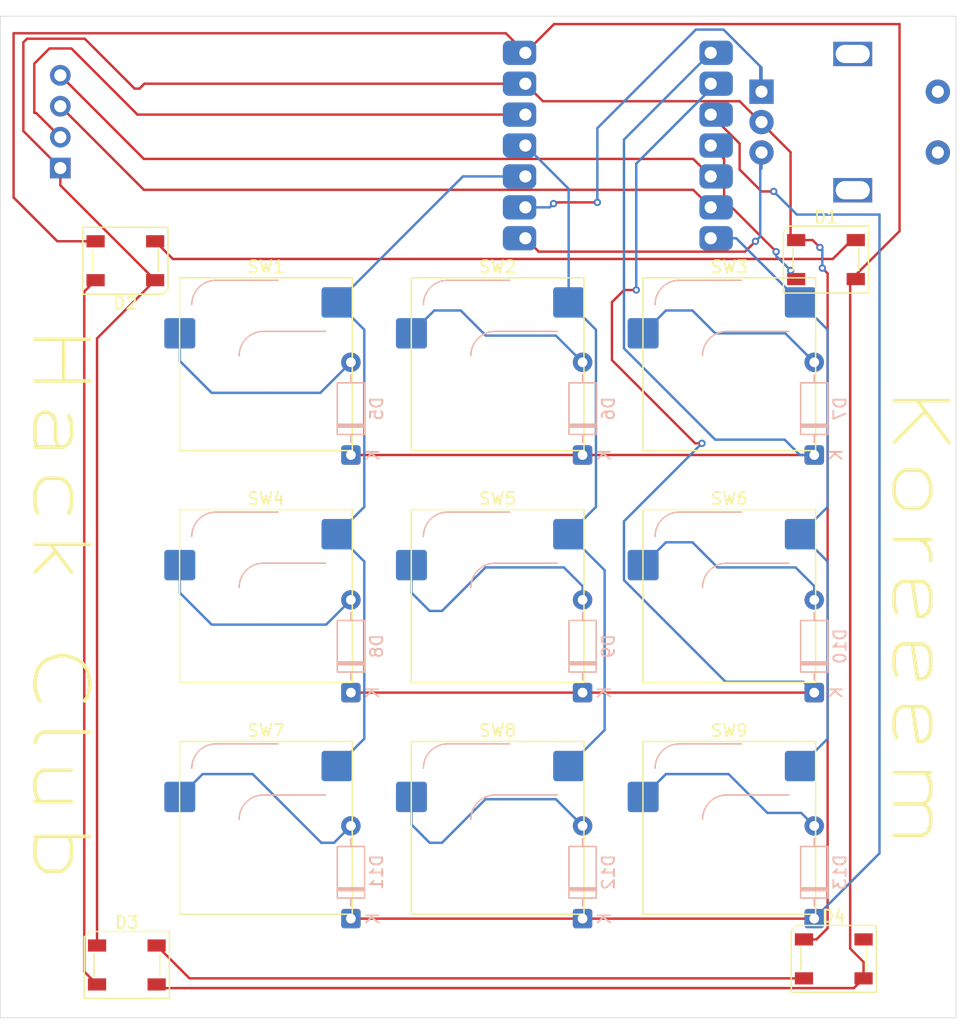
<source format=kicad_pcb>
(kicad_pcb (version 20241229) (generator "pcbnew") (generator_version "9.0")
  (layers (0 "F.Cu" signal) (2 "B.Cu" signal) (13 "F.Paste" user) (15 "B.Paste" user) (5 "F.SilkS" user "F.Silkscreen") (7 "B.SilkS" user "B.Silkscreen") (1 "F.Mask" user) (3 "B.Mask" user) (25 "Edge.Cuts" user))
  (net 0 "")
  (net 1 "Net-(D1-VSS)")
  (net 2 "Net-(D1-DIN)")
  (net 3 "Net-(D1-VDD)")
  (net 4 "Net-(D1-DOUT)")
  (net 5 "Net-(D2-DOUT)")
  (net 6 "Net-(D3-DOUT)")
  (net 8 "Net-(D5-A)")
  (net 9 "Row 1")
  (net 10 "Net-(D6-A)")
  (net 11 "Row 2")
  (net 12 "Row 3")
  (net 13 "Net-(D7-A)")
  (net 14 "Net-(D8-A)")
  (net 15 "Net-(D9-A)")
  (net 16 "Net-(D10-A)")
  (net 17 "Net-(D11-A)")
  (net 18 "Net-(D12-A)")
  (net 19 "Net-(D13-A)")
  (net 20 "Column 1")
  (net 21 "Column 2")
  (net 22 "Column 3")
  (net 23 "Net-(J1-Pin_3)")
  (net 24 "Net-(J1-Pin_2)")
  (net 25 "Net-(U2-GPIO1{slash}RX)")
  (net 26 "Net-(U2-GPIO2{slash}SCK)")
  (net 27 "Net-(J1-Pin_4)")
  (footprint "LED_SMD:LED_SK6812_PLCC4_5.0x5.0mm_P3.2mm" (layer "F.Cu") (at 118.54 133.27)
    (property "Reference" "D4" (at 0 -3.5 0) (layer "F.SilkS"))
    (property "Value" "SK6812")
    (pad "1" smd rect (at -2.45 -1.6 180) (size 1.5 1) (layers "F.Cu" "F.Mask" "F.Paste") (net 1 "Net-(D1-VSS)"))
    (pad "2" smd rect (at -2.45 1.6 180) (size 1.5 1) (layers "F.Cu" "F.Mask" "F.Paste") (net 6 "Net-(D3-DOUT)"))
    (pad "3" smd rect (at 2.45 1.6 180) (size 1.5 1) (layers "F.Cu" "F.Mask" "F.Paste") (net 3 "Net-(D1-VDD)"))
    (pad "4" smd rect (at 2.45 -1.6 180) (size 1.5 1) (layers "F.Cu" "F.Mask" "F.Paste"))
  )
  (footprint "ScottoKeebs_Hotswap:Hotswap_MX_1.00u" (layer "F.Cu") (at 109.95 122.5)
    (property "Reference" "SW9" (at 0 -8 0) (layer "F.SilkS"))
    (property "Value" "SW_Push")
    (pad "" np_thru_hole circle (at -5.08 0) (size 1.75 1.75) (drill 1.75) (layers "*.Cu" "*.Mask"))
    (pad "" np_thru_hole circle (at -3.81 -2.54) (size 3.05 3.05) (drill 3.05) (layers "*.Cu" "*.Mask"))
    (pad "" np_thru_hole circle (at 0 0) (size 4 4) (drill 4) (layers "*.Cu" "*.Mask"))
    (pad "" np_thru_hole circle (at 2.54 -5.08) (size 3.05 3.05) (drill 3.05) (layers "*.Cu" "*.Mask"))
    (pad "" np_thru_hole circle (at 5.08 0) (size 1.75 1.75) (drill 1.75) (layers "*.Cu" "*.Mask"))
    (pad "1" smd roundrect (at -7.085 -2.54) (size 2.55 2.5) (layers "B.Cu" "B.Mask" "B.Paste") (roundrect_rratio 0.1) (net 19 "Net-(D13-A)"))
    (pad "2" smd roundrect (at 5.842 -5.08) (size 2.55 2.5) (layers "B.Cu" "B.Mask" "B.Paste") (roundrect_rratio 0.1) (net 22 "Column 3"))
  )
  (footprint "LED_SMD:LED_SK6812_PLCC4_5.0x5.0mm_P3.2mm" (layer "F.Cu") (at 60.29 75.895 180)
    (property "Reference" "D2" (at 0 -3.5 0) (layer "F.SilkS"))
    (property "Value" "SK6812")
    (pad "1" smd rect (at -2.45 -1.6) (size 1.5 1) (layers "F.Cu" "F.Mask" "F.Paste") (net 1 "Net-(D1-VSS)"))
    (pad "2" smd rect (at -2.45 1.6) (size 1.5 1) (layers "F.Cu" "F.Mask" "F.Paste") (net 4 "Net-(D1-DOUT)"))
    (pad "3" smd rect (at 2.45 1.6) (size 1.5 1) (layers "F.Cu" "F.Mask" "F.Paste") (net 3 "Net-(D1-VDD)"))
    (pad "4" smd rect (at 2.45 -1.6) (size 1.5 1) (layers "F.Cu" "F.Mask" "F.Paste") (net 5 "Net-(D2-DOUT)"))
  )
  (footprint "ScottoKeebs_Scotto:Encoder_EC11_MX" (layer "F.Cu") (at 120.1 64.5)
    (property "Reference" "SW11" (hide yes))
    (property "Value" "RotaryEncoder" (hide yes))
    (pad "A" thru_hole rect (at -7.5 -2.5) (size 2 2) (drill 1) (layers "*.Cu" "*.Mask") (net 26 "Net-(U2-GPIO2{slash}SCK)"))
    (pad "B" thru_hole circle (at -7.5 2.5) (size 2 2) (drill 1) (layers "*.Cu" "*.Mask") (net 25 "Net-(U2-GPIO1{slash}RX)"))
    (pad "C" thru_hole circle (at -7.5 0) (size 2 2) (drill 1) (layers "*.Cu" "*.Mask") (net 1 "Net-(D1-VSS)"))
    (pad "MP" thru_hole rect (at 0 -5.6) (size 3.2 2) (drill oval 2.8 1.5) (layers "*.Cu" "*.Mask"))
    (pad "MP" thru_hole rect (at 0 5.6) (size 3.2 2) (drill oval 2.8 1.5) (layers "*.Cu" "*.Mask"))
    (pad "S1" thru_hole circle (at 7 2.5) (size 2 2) (drill 1) (layers "*.Cu" "*.Mask"))
    (pad "S2" thru_hole circle (at 7 -2.5) (size 2 2) (drill 1) (layers "*.Cu" "*.Mask"))
  )
  (footprint "ScottoKeebs_Hotswap:Hotswap_MX_1.00u" (layer "F.Cu") (at 90.9 103.45)
    (property "Reference" "SW5" (at 0 -8 0) (layer "F.SilkS"))
    (property "Value" "SW_Push")
    (pad "" np_thru_hole circle (at -5.08 0) (size 1.75 1.75) (drill 1.75) (layers "*.Cu" "*.Mask"))
    (pad "" np_thru_hole circle (at -3.81 -2.54) (size 3.05 3.05) (drill 3.05) (layers "*.Cu" "*.Mask"))
    (pad "" np_thru_hole circle (at 0 0) (size 4 4) (drill 4) (layers "*.Cu" "*.Mask"))
    (pad "" np_thru_hole circle (at 2.54 -5.08) (size 3.05 3.05) (drill 3.05) (layers "*.Cu" "*.Mask"))
    (pad "" np_thru_hole circle (at 5.08 0) (size 1.75 1.75) (drill 1.75) (layers "*.Cu" "*.Mask"))
    (pad "1" smd roundrect (at -7.085 -2.54) (size 2.55 2.5) (layers "B.Cu" "B.Mask" "B.Paste") (roundrect_rratio 0.1) (net 15 "Net-(D9-A)"))
    (pad "2" smd roundrect (at 5.842 -5.08) (size 2.55 2.5) (layers "B.Cu" "B.Mask" "B.Paste") (roundrect_rratio 0.1) (net 21 "Column 2"))
  )
  (footprint "LED_SMD:LED_SK6812_PLCC4_5.0x5.0mm_P3.2mm" (layer "F.Cu") (at 117.9 75.8)
    (property "Reference" "D1" (at 0 -3.5 0) (layer "F.SilkS"))
    (property "Value" "SK6812")
    (pad "1" smd rect (at -2.45 -1.6 180) (size 1.5 1) (layers "F.Cu" "F.Mask" "F.Paste") (net 1 "Net-(D1-VSS)"))
    (pad "2" smd rect (at -2.45 1.6 180) (size 1.5 1) (layers "F.Cu" "F.Mask" "F.Paste") (net 2 "Net-(D1-DIN)"))
    (pad "3" smd rect (at 2.45 1.6 180) (size 1.5 1) (layers "F.Cu" "F.Mask" "F.Paste") (net 3 "Net-(D1-VDD)"))
    (pad "4" smd rect (at 2.45 -1.6 180) (size 1.5 1) (layers "F.Cu" "F.Mask" "F.Paste") (net 4 "Net-(D1-DOUT)"))
  )
  (footprint "ScottoKeebs_Hotswap:Hotswap_MX_1.00u" (layer "F.Cu") (at 71.85 103.45)
    (property "Reference" "SW4" (at 0 -8 0) (layer "F.SilkS"))
    (property "Value" "SW_Push")
    (pad "" np_thru_hole circle (at -5.08 0) (size 1.75 1.75) (drill 1.75) (layers "*.Cu" "*.Mask"))
    (pad "" np_thru_hole circle (at -3.81 -2.54) (size 3.05 3.05) (drill 3.05) (layers "*.Cu" "*.Mask"))
    (pad "" np_thru_hole circle (at 0 0) (size 4 4) (drill 4) (layers "*.Cu" "*.Mask"))
    (pad "" np_thru_hole circle (at 2.54 -5.08) (size 3.05 3.05) (drill 3.05) (layers "*.Cu" "*.Mask"))
    (pad "" np_thru_hole circle (at 5.08 0) (size 1.75 1.75) (drill 1.75) (layers "*.Cu" "*.Mask"))
    (pad "1" smd roundrect (at -7.085 -2.54) (size 2.55 2.5) (layers "B.Cu" "B.Mask" "B.Paste") (roundrect_rratio 0.1) (net 14 "Net-(D8-A)"))
    (pad "2" smd roundrect (at 5.842 -5.08) (size 2.55 2.5) (layers "B.Cu" "B.Mask" "B.Paste") (roundrect_rratio 0.1) (net 20 "Column 1"))
  )
  (footprint "ScottoKeebs_Hotswap:Hotswap_MX_1.00u" (layer "F.Cu") (at 109.95 103.45)
    (property "Reference" "SW6" (at 0 -8 0) (layer "F.SilkS"))
    (property "Value" "SW_Push")
    (pad "" np_thru_hole circle (at -5.08 0) (size 1.75 1.75) (drill 1.75) (layers "*.Cu" "*.Mask"))
    (pad "" np_thru_hole circle (at -3.81 -2.54) (size 3.05 3.05) (drill 3.05) (layers "*.Cu" "*.Mask"))
    (pad "" np_thru_hole circle (at 0 0) (size 4 4) (drill 4) (layers "*.Cu" "*.Mask"))
    (pad "" np_thru_hole circle (at 2.54 -5.08) (size 3.05 3.05) (drill 3.05) (layers "*.Cu" "*.Mask"))
    (pad "" np_thru_hole circle (at 5.08 0) (size 1.75 1.75) (drill 1.75) (layers "*.Cu" "*.Mask"))
    (pad "1" smd roundrect (at -7.085 -2.54) (size 2.55 2.5) (layers "B.Cu" "B.Mask" "B.Paste") (roundrect_rratio 0.1) (net 16 "Net-(D10-A)"))
    (pad "2" smd roundrect (at 5.842 -5.08) (size 2.55 2.5) (layers "B.Cu" "B.Mask" "B.Paste") (roundrect_rratio 0.1) (net 22 "Column 3"))
  )
  (footprint "LED_SMD:LED_SK6812_PLCC4_5.0x5.0mm_P3.2mm" (layer "F.Cu") (at 60.41125 133.77)
    (property "Reference" "D3" (at 0 -3.5 0) (layer "F.SilkS"))
    (property "Value" "SK6812")
    (pad "1" smd rect (at -2.45 -1.6 180) (size 1.5 1) (layers "F.Cu" "F.Mask" "F.Paste") (net 1 "Net-(D1-VSS)"))
    (pad "2" smd rect (at -2.45 1.6 180) (size 1.5 1) (layers "F.Cu" "F.Mask" "F.Paste") (net 5 "Net-(D2-DOUT)"))
    (pad "3" smd rect (at 2.45 1.6 180) (size 1.5 1) (layers "F.Cu" "F.Mask" "F.Paste") (net 3 "Net-(D1-VDD)"))
    (pad "4" smd rect (at 2.45 -1.6 180) (size 1.5 1) (layers "F.Cu" "F.Mask" "F.Paste") (net 6 "Net-(D3-DOUT)"))
  )
  (footprint "ScottoKeebs_Hotswap:Hotswap_MX_1.00u" (layer "F.Cu") (at 71.85 84.4)
    (property "Reference" "SW1" (at 0 -8 0) (layer "F.SilkS"))
    (property "Value" "SW_Push")
    (pad "" np_thru_hole circle (at -5.08 0) (size 1.75 1.75) (drill 1.75) (layers "*.Cu" "*.Mask"))
    (pad "" np_thru_hole circle (at -3.81 -2.54) (size 3.05 3.05) (drill 3.05) (layers "*.Cu" "*.Mask"))
    (pad "" np_thru_hole circle (at 0 0) (size 4 4) (drill 4) (layers "*.Cu" "*.Mask"))
    (pad "" np_thru_hole circle (at 2.54 -5.08) (size 3.05 3.05) (drill 3.05) (layers "*.Cu" "*.Mask"))
    (pad "" np_thru_hole circle (at 5.08 0) (size 1.75 1.75) (drill 1.75) (layers "*.Cu" "*.Mask"))
    (pad "1" smd roundrect (at -7.085 -2.54) (size 2.55 2.5) (layers "B.Cu" "B.Mask" "B.Paste") (roundrect_rratio 0.1) (net 8 "Net-(D5-A)"))
    (pad "2" smd roundrect (at 5.842 -5.08) (size 2.55 2.5) (layers "B.Cu" "B.Mask" "B.Paste") (roundrect_rratio 0.1) (net 20 "Column 1"))
  )
  (footprint "ScottoKeebs_Hotswap:Hotswap_MX_1.00u" (layer "F.Cu") (at 90.9 84.4)
    (property "Reference" "SW2" (at 0 -8 0) (layer "F.SilkS"))
    (property "Value" "SW_Push")
    (pad "" np_thru_hole circle (at -5.08 0) (size 1.75 1.75) (drill 1.75) (layers "*.Cu" "*.Mask"))
    (pad "" np_thru_hole circle (at -3.81 -2.54) (size 3.05 3.05) (drill 3.05) (layers "*.Cu" "*.Mask"))
    (pad "" np_thru_hole circle (at 0 0) (size 4 4) (drill 4) (layers "*.Cu" "*.Mask"))
    (pad "" np_thru_hole circle (at 2.54 -5.08) (size 3.05 3.05) (drill 3.05) (layers "*.Cu" "*.Mask"))
    (pad "" np_thru_hole circle (at 5.08 0) (size 1.75 1.75) (drill 1.75) (layers "*.Cu" "*.Mask"))
    (pad "1" smd roundrect (at -7.085 -2.54) (size 2.55 2.5) (layers "B.Cu" "B.Mask" "B.Paste") (roundrect_rratio 0.1) (net 10 "Net-(D6-A)"))
    (pad "2" smd roundrect (at 5.842 -5.08) (size 2.55 2.5) (layers "B.Cu" "B.Mask" "B.Paste") (roundrect_rratio 0.1) (net 21 "Column 2"))
  )
  (footprint "ScottoKeebs_Hotswap:Hotswap_MX_1.00u" (layer "F.Cu") (at 90.9 122.5)
    (property "Reference" "SW8" (at 0 -8 0) (layer "F.SilkS"))
    (property "Value" "SW_Push")
    (pad "" np_thru_hole circle (at -5.08 0) (size 1.75 1.75) (drill 1.75) (layers "*.Cu" "*.Mask"))
    (pad "" np_thru_hole circle (at -3.81 -2.54) (size 3.05 3.05) (drill 3.05) (layers "*.Cu" "*.Mask"))
    (pad "" np_thru_hole circle (at 0 0) (size 4 4) (drill 4) (layers "*.Cu" "*.Mask"))
    (pad "" np_thru_hole circle (at 2.54 -5.08) (size 3.05 3.05) (drill 3.05) (layers "*.Cu" "*.Mask"))
    (pad "" np_thru_hole circle (at 5.08 0) (size 1.75 1.75) (drill 1.75) (layers "*.Cu" "*.Mask"))
    (pad "1" smd roundrect (at -7.085 -2.54) (size 2.55 2.5) (layers "B.Cu" "B.Mask" "B.Paste") (roundrect_rratio 0.1) (net 18 "Net-(D12-A)"))
    (pad "2" smd roundrect (at 5.842 -5.08) (size 2.55 2.5) (layers "B.Cu" "B.Mask" "B.Paste") (roundrect_rratio 0.1) (net 21 "Column 2"))
  )
  (footprint "ScottoKeebs_Hotswap:Hotswap_MX_1.00u" (layer "F.Cu") (at 71.85 122.5)
    (property "Reference" "SW7" (at 0 -8 0) (layer "F.SilkS"))
    (property "Value" "SW_Push")
    (pad "" np_thru_hole circle (at -5.08 0) (size 1.75 1.75) (drill 1.75) (layers "*.Cu" "*.Mask"))
    (pad "" np_thru_hole circle (at -3.81 -2.54) (size 3.05 3.05) (drill 3.05) (layers "*.Cu" "*.Mask"))
    (pad "" np_thru_hole circle (at 0 0) (size 4 4) (drill 4) (layers "*.Cu" "*.Mask"))
    (pad "" np_thru_hole circle (at 2.54 -5.08) (size 3.05 3.05) (drill 3.05) (layers "*.Cu" "*.Mask"))
    (pad "" np_thru_hole circle (at 5.08 0) (size 1.75 1.75) (drill 1.75) (layers "*.Cu" "*.Mask"))
    (pad "1" smd roundrect (at -7.085 -2.54) (size 2.55 2.5) (layers "B.Cu" "B.Mask" "B.Paste") (roundrect_rratio 0.1) (net 17 "Net-(D11-A)"))
    (pad "2" smd roundrect (at 5.842 -5.08) (size 2.55 2.5) (layers "B.Cu" "B.Mask" "B.Paste") (roundrect_rratio 0.1) (net 20 "Column 1"))
  )
  (footprint "ScottoKeebs_Components:OLED_128x32" (layer "F.Cu") (at 53.3425 58.47875)
    (property "Reference" "J1" (hide yes))
    (property "Value" "Conn_01x04_Pin")
    (pad "1" thru_hole rect (at 1.6 9.8 180) (size 1.7 1.7) (drill 1) (layers "*.Cu" "*.Mask") (net 1 "Net-(D1-VSS)"))
    (pad "2" thru_hole oval (at 1.6 7.26 180) (size 1.7 1.7) (drill 1) (layers "*.Cu" "*.Mask") (net 24 "Net-(J1-Pin_2)"))
    (pad "3" thru_hole oval (at 1.6 4.72 180) (size 1.7 1.7) (drill 1) (layers "*.Cu" "*.Mask") (net 23 "Net-(J1-Pin_3)"))
    (pad "4" thru_hole oval (at 1.6 2.18 180) (size 1.7 1.7) (drill 1) (layers "*.Cu" "*.Mask") (net 27 "Net-(J1-Pin_4)"))
  )
  (footprint "ScottoKeebs_Hotswap:Hotswap_MX_1.00u" (layer "F.Cu") (at 109.95 84.4)
    (property "Reference" "SW3" (at 0 -8 0) (layer "F.SilkS"))
    (property "Value" "SW_Push")
    (pad "" np_thru_hole circle (at -5.08 0) (size 1.75 1.75) (drill 1.75) (layers "*.Cu" "*.Mask"))
    (pad "" np_thru_hole circle (at -3.81 -2.54) (size 3.05 3.05) (drill 3.05) (layers "*.Cu" "*.Mask"))
    (pad "" np_thru_hole circle (at 0 0) (size 4 4) (drill 4) (layers "*.Cu" "*.Mask"))
    (pad "" np_thru_hole circle (at 2.54 -5.08) (size 3.05 3.05) (drill 3.05) (layers "*.Cu" "*.Mask"))
    (pad "" np_thru_hole circle (at 5.08 0) (size 1.75 1.75) (drill 1.75) (layers "*.Cu" "*.Mask"))
    (pad "1" smd roundrect (at -7.085 -2.54) (size 2.55 2.5) (layers "B.Cu" "B.Mask" "B.Paste") (roundrect_rratio 0.1) (net 13 "Net-(D7-A)"))
    (pad "2" smd roundrect (at 5.842 -5.08) (size 2.55 2.5) (layers "B.Cu" "B.Mask" "B.Paste") (roundrect_rratio 0.1) (net 22 "Column 3"))
  )
  (footprint "Diode_THT:D_DO-35_SOD27_P7.62mm_Horizontal" (layer "B.Cu") (at 116.935 91.86125 90)
    (property "Reference" "D7" (at 3.81 2.12 90) (layer "B.SilkS") (effects (justify mirror)))
    (property "Value" "1N4148")
    (fp_text user "K" (at 0 1.8 90) (layer "B.SilkS") (effects (justify mirror)))
    (pad "1" thru_hole roundrect (at 0 0 90) (size 1.6 1.6) (drill 0.8) (layers "*.Cu" "*.Mask") (roundrect_rratio 0.15625) (net 9 "Row 1"))
    (pad "2" thru_hole circle (at 7.62 0 90) (size 1.6 1.6) (drill 0.8) (layers "*.Cu" "*.Mask") (net 13 "Net-(D7-A)"))
  )
  (footprint "Diode_THT:D_DO-35_SOD27_P7.62mm_Horizontal" (layer "B.Cu") (at 78.835 111.3875 90)
    (property "Reference" "D8" (at 3.81 2.12 90) (layer "B.SilkS") (effects (justify mirror)))
    (property "Value" "1N4148")
    (fp_text user "K" (at 0 1.8 90) (layer "B.SilkS") (effects (justify mirror)))
    (pad "1" thru_hole roundrect (at 0 0 90) (size 1.6 1.6) (drill 0.8) (layers "*.Cu" "*.Mask") (roundrect_rratio 0.15625) (net 11 "Row 2"))
    (pad "2" thru_hole circle (at 7.62 0 90) (size 1.6 1.6) (drill 0.8) (layers "*.Cu" "*.Mask") (net 14 "Net-(D8-A)"))
  )
  (footprint "Diode_THT:D_DO-35_SOD27_P7.62mm_Horizontal" (layer "B.Cu") (at 78.835 91.86125 90)
    (property "Reference" "D5" (at 3.81 2.12 90) (layer "B.SilkS") (effects (justify mirror)))
    (property "Value" "1N4148")
    (fp_text user "K" (at 0 1.8 90) (layer "B.SilkS") (effects (justify mirror)))
    (pad "1" thru_hole roundrect (at 0 0 90) (size 1.6 1.6) (drill 0.8) (layers "*.Cu" "*.Mask") (roundrect_rratio 0.15625) (net 9 "Row 1"))
    (pad "2" thru_hole circle (at 7.62 0 90) (size 1.6 1.6) (drill 0.8) (layers "*.Cu" "*.Mask") (net 8 "Net-(D5-A)"))
  )
  (footprint "Diode_THT:D_DO-35_SOD27_P7.62mm_Horizontal" (layer "B.Cu") (at 97.885 111.3875 90)
    (property "Reference" "D9" (at 3.81 2.12 90) (layer "B.SilkS") (effects (justify mirror)))
    (property "Value" "1N4148")
    (fp_text user "K" (at 0 1.8 90) (layer "B.SilkS") (effects (justify mirror)))
    (pad "1" thru_hole roundrect (at 0 0 90) (size 1.6 1.6) (drill 0.8) (layers "*.Cu" "*.Mask") (roundrect_rratio 0.15625) (net 11 "Row 2"))
    (pad "2" thru_hole circle (at 7.62 0 90) (size 1.6 1.6) (drill 0.8) (layers "*.Cu" "*.Mask") (net 15 "Net-(D9-A)"))
  )
  (footprint "Diode_THT:D_DO-35_SOD27_P7.62mm_Horizontal" (layer "B.Cu") (at 97.885 91.86125 90)
    (property "Reference" "D6" (at 3.81 2.12 90) (layer "B.SilkS") (effects (justify mirror)))
    (property "Value" "1N4148")
    (fp_text user "K" (at 0 1.8 90) (layer "B.SilkS") (effects (justify mirror)))
    (pad "1" thru_hole roundrect (at 0 0 90) (size 1.6 1.6) (drill 0.8) (layers "*.Cu" "*.Mask") (roundrect_rratio 0.15625) (net 9 "Row 1"))
    (pad "2" thru_hole circle (at 7.62 0 90) (size 1.6 1.6) (drill 0.8) (layers "*.Cu" "*.Mask") (net 10 "Net-(D6-A)"))
  )
  (footprint "ScottoKeebs_MCU:Seeed_XIAO_RP2040" (layer "B.Cu") (at 100.8025 66.4275 180)
    (property "Reference" "U2" (hide yes))
    (property "Value" "XIAO-RP2040-DIP")
    (pad "1" smd roundrect (at -8.065 7.62 180) (size 2.75 2) (layers "B.Cu" "B.Mask" "B.Paste") (net 9 "Row 1"))
    (pad "1" thru_hole rect (at -7.62 7.62 90) (size 1.6 1.6) (drill 1) (layers "*.Cu" "*.Mask") (net 9 "Row 1"))
    (pad "2" smd roundrect (at -8.065 5.08 180) (size 2.75 2) (layers "B.Cu" "B.Mask" "B.Paste") (net 11 "Row 2"))
    (pad "2" thru_hole circle (at -7.62 5.08 90) (size 1.6 1.6) (drill 1) (layers "*.Cu" "*.Mask") (net 11 "Row 2"))
    (pad "3" smd roundrect (at -8.065 2.54 180) (size 2.75 2) (layers "B.Cu" "B.Mask" "B.Paste") (net 12 "Row 3"))
    (pad "3" thru_hole circle (at -7.62 2.54 90) (size 1.6 1.6) (drill 1) (layers "*.Cu" "*.Mask") (net 12 "Row 3"))
    (pad "4" smd roundrect (at -8.065 0 180) (size 2.75 2) (layers "B.Cu" "B.Mask" "B.Paste") (net 2 "Net-(D1-DIN)"))
    (pad "4" thru_hole circle (at -7.62 0 90) (size 1.6 1.6) (drill 1) (layers "*.Cu" "*.Mask") (net 2 "Net-(D1-DIN)"))
    (pad "5" smd roundrect (at -8.065 -2.54 180) (size 2.75 2) (layers "B.Cu" "B.Mask" "B.Paste") (net 27 "Net-(J1-Pin_4)"))
    (pad "5" thru_hole circle (at -7.62 -2.54 90) (size 1.6 1.6) (drill 1) (layers "*.Cu" "*.Mask") (net 27 "Net-(J1-Pin_4)"))
    (pad "6" smd roundrect (at -8.065 -5.08 180) (size 2.75 2) (layers "B.Cu" "B.Mask" "B.Paste") (net 23 "Net-(J1-Pin_3)"))
    (pad "6" thru_hole circle (at -7.62 -5.08 90) (size 1.6 1.6) (drill 1) (layers "*.Cu" "*.Mask") (net 23 "Net-(J1-Pin_3)"))
    (pad "7" smd roundrect (at -8.065 -7.62 180) (size 2.75 2) (layers "B.Cu" "B.Mask" "B.Paste") (net 22 "Column 3"))
    (pad "7" thru_hole circle (at -7.62 -7.62 90) (size 1.6 1.6) (drill 1) (layers "*.Cu" "*.Mask") (net 22 "Column 3"))
    (pad "8" thru_hole circle (at 7.62 -7.62 90) (size 1.6 1.6) (drill 1) (layers "*.Cu" "*.Mask") (net 25 "Net-(U2-GPIO1{slash}RX)"))
    (pad "8" smd roundrect (at 8.1 -7.62 180) (size 2.75 2) (layers "B.Cu" "B.Mask" "B.Paste") (net 25 "Net-(U2-GPIO1{slash}RX)"))
    (pad "9" thru_hole circle (at 7.62 -5.08 90) (size 1.6 1.6) (drill 1) (layers "*.Cu" "*.Mask") (net 26 "Net-(U2-GPIO2{slash}SCK)"))
    (pad "9" smd roundrect (at 8.1 -5.08 180) (size 2.75 2) (layers "B.Cu" "B.Mask" "B.Paste") (net 26 "Net-(U2-GPIO2{slash}SCK)"))
    (pad "10" thru_hole circle (at 7.62 -2.54 90) (size 1.6 1.6) (drill 1) (layers "*.Cu" "*.Mask") (net 20 "Column 1"))
    (pad "10" smd roundrect (at 8.1 -2.54 180) (size 2.75 2) (layers "B.Cu" "B.Mask" "B.Paste") (net 20 "Column 1"))
    (pad "11" thru_hole circle (at 7.62 0 90) (size 1.6 1.6) (drill 1) (layers "*.Cu" "*.Mask") (net 21 "Column 2"))
    (pad "11" smd roundrect (at 8.1 0 180) (size 2.75 2) (layers "B.Cu" "B.Mask" "B.Paste") (net 21 "Column 2"))
    (pad "12" thru_hole circle (at 7.62 2.54 90) (size 1.6 1.6) (drill 1) (layers "*.Cu" "*.Mask") (net 24 "Net-(J1-Pin_2)"))
    (pad "12" smd roundrect (at 8.1 2.54 180) (size 2.75 2) (layers "B.Cu" "B.Mask" "B.Paste") (net 24 "Net-(J1-Pin_2)"))
    (pad "13" thru_hole circle (at 7.62 5.08 90) (size 1.6 1.6) (drill 1) (layers "*.Cu" "*.Mask") (net 1 "Net-(D1-VSS)"))
    (pad "13" smd roundrect (at 8.1 5.08 180) (size 2.75 2) (layers "B.Cu" "B.Mask" "B.Paste") (net 1 "Net-(D1-VSS)"))
    (pad "14" thru_hole circle (at 7.62 7.62 90) (size 1.6 1.6) (drill 1) (layers "*.Cu" "*.Mask") (net 3 "Net-(D1-VDD)"))
    (pad "14" smd roundrect (at 8.1 7.62 180) (size 2.75 2) (layers "B.Cu" "B.Mask" "B.Paste") (net 3 "Net-(D1-VDD)"))
  )
  (footprint "Diode_THT:D_DO-35_SOD27_P7.62mm_Horizontal" (layer "B.Cu") (at 116.935 111.3875 90)
    (property "Reference" "D10" (at 3.81 2.12 90) (layer "B.SilkS") (effects (justify mirror)))
    (property "Value" "1N4148")
    (fp_text user "K" (at 0 1.8 90) (layer "B.SilkS") (effects (justify mirror)))
    (pad "1" thru_hole roundrect (at 0 0 90) (size 1.6 1.6) (drill 0.8) (layers "*.Cu" "*.Mask") (roundrect_rratio 0.15625) (net 11 "Row 2"))
    (pad "2" thru_hole circle (at 7.62 0 90) (size 1.6 1.6) (drill 0.8) (layers "*.Cu" "*.Mask") (net 16 "Net-(D10-A)"))
  )
  (footprint "Diode_THT:D_DO-35_SOD27_P7.62mm_Horizontal" (layer "B.Cu") (at 78.835 129.96125 90)
    (property "Reference" "D11" (at 3.81 2.12 90) (layer "B.SilkS") (effects (justify mirror)))
    (property "Value" "1N4148")
    (fp_text user "K" (at 0 1.8 90) (layer "B.SilkS") (effects (justify mirror)))
    (pad "1" thru_hole roundrect (at 0 0 90) (size 1.6 1.6) (drill 0.8) (layers "*.Cu" "*.Mask") (roundrect_rratio 0.15625) (net 12 "Row 3"))
    (pad "2" thru_hole circle (at 7.62 0 90) (size 1.6 1.6) (drill 0.8) (layers "*.Cu" "*.Mask") (net 17 "Net-(D11-A)"))
  )
  (footprint "Diode_THT:D_DO-35_SOD27_P7.62mm_Horizontal" (layer "B.Cu") (at 116.935 129.96125 90)
    (property "Reference" "D13" (at 3.81 2.12 90) (layer "B.SilkS") (effects (justify mirror)))
    (property "Value" "1N4148")
    (pad "1" thru_hole roundrect (at 0 0 90) (size 1.6 1.6) (drill 0.8) (layers "*.Cu" "*.Mask") (roundrect_rratio 0.15625) (net 12 "Row 3"))
    (pad "2" thru_hole circle (at 7.62 0 90) (size 1.6 1.6) (drill 0.8) (layers "*.Cu" "*.Mask") (net 19 "Net-(D13-A)"))
  )
  (footprint "Diode_THT:D_DO-35_SOD27_P7.62mm_Horizontal" (layer "B.Cu") (at 97.885 129.96125 90)
    (property "Reference" "D12" (at 3.81 2.12 90) (layer "B.SilkS") (effects (justify mirror)))
    (property "Value" "1N4148")
    (fp_text user "K" (at 0 1.8 90) (layer "B.SilkS") (effects (justify mirror)))
    (pad "1" thru_hole roundrect (at 0 0 90) (size 1.6 1.6) (drill 0.8) (layers "*.Cu" "*.Mask") (roundrect_rratio 0.15625) (net 12 "Row 3"))
    (pad "2" thru_hole circle (at 7.62 0 90) (size 1.6 1.6) (drill 0.8) (layers "*.Cu" "*.Mask") (net 18 "Net-(D12-A)"))
  )
  (gr_rect (start 50.00625 55.8) (end 128.5875 138.1125) (stroke (width 0.05)) (fill no) (layer "Edge.Cuts"))
  (gr_text "Koreeem" (at 122.94 85.77 270) (layer "F.SilkS") (effects (font (size 4.5 6) (thickness 0.3) (bold yes)) (justify left bottom)))
  (gr_text "Hack Club" (at 52.29 80.72 270) (layer "F.SilkS") (effects (font (size 4.5 6) (thickness 0.3) (bold yes)) (justify left bottom)))
  (segment (start 94.6215 62.7865) (end 93.1825 61.3475) (width 0.2) (layer "F.Cu") (net 1))
  (segment (start 52.2 57.65) (end 51.9 57.95) (width 0.2) (layer "F.Cu") (net 1))
  (segment (start 110.80025 62.7865) (end 94.6215 62.7865) (width 0.2) (layer "F.Cu") (net 1))
  (segment (start 116.09 131.67) (end 117.11241 131.67) (width 0.2) (layer "F.Cu") (net 1))
  (segment (start 93.1825 61.3475) (end 61.8525 61.3475) (width 0.2) (layer "F.Cu") (net 1))
  (segment (start 112.49625 64.4825) (end 114.99 66.97625) (width 0.2) (layer "F.Cu") (net 1))
  (segment (start 61.05 61.75) (end 56.95 57.65) (width 0.2) (layer "F.Cu") (net 1))
  (segment (start 117.4 74.8) (end 116.8 74.2) (width 0.2) (layer "F.Cu") (net 1))
  (segment (start 112.49625 64.4825) (end 110.80025 62.7865) (width 0.2) (layer "F.Cu") (net 1))
  (segment (start 118.036 130.74641) (end 118.036 76.936) (width 0.2) (layer "F.Cu") (net 1))
  (segment (start 56.95 57.65) (end 52.2 57.65) (width 0.2) (layer "F.Cu") (net 1))
  (segment (start 118.036 76.936) (end 117.6 76.5) (width 0.2) (layer "F.Cu") (net 1))
  (segment (start 57.96125 132.17) (end 57.96125 82.27375) (width 0.2) (layer "F.Cu") (net 1))
  (segment (start 116.8 74.2) (end 115.45 74.2) (width 0.2) (layer "F.Cu") (net 1))
  (segment (start 51.9 65.23625) (end 54.9425 68.27875) (width 0.2) (layer "F.Cu") (net 1))
  (segment (start 57.96125 82.27375) (end 62.74 77.495) (width 0.2) (layer "F.Cu") (net 1))
  (segment (start 54.9425 69.6975) (end 62.74 77.495) (width 0.2) (layer "F.Cu") (net 1))
  (segment (start 61.8525 61.3475) (end 61.45 61.75) (width 0.2) (layer "F.Cu") (net 1))
  (segment (start 114.99 66.97625) (end 114.99 74.32) (width 0.2) (layer "F.Cu") (net 1))
  (segment (start 54.9425 68.27875) (end 54.9425 69.6975) (width 0.2) (layer "F.Cu") (net 1))
  (segment (start 51.9 57.95) (end 51.9 65.23625) (width 0.2) (layer "F.Cu") (net 1))
  (segment (start 61.45 61.75) (end 61.05 61.75) (width 0.2) (layer "F.Cu") (net 1))
  (segment (start 117.11241 131.67) (end 118.036 130.74641) (width 0.2) (layer "F.Cu") (net 1))
  (via (at 117.6 76.5) (size 0.6) (drill 0.3) (layers "F.Cu" "B.Cu") (net 1))
  (via (at 117.4 74.8) (size 0.6) (drill 0.3) (layers "F.Cu" "B.Cu") (net 1))
  (segment (start 117.6 76.5) (end 117.6 75) (width 0.2) (layer "B.Cu") (net 1))
  (segment (start 117.6 75) (end 117.4 74.8) (width 0.2) (layer "B.Cu") (net 1))
  (segment (start 115 76.7) (end 115 77.51) (width 0.2) (layer "F.Cu") (net 2))
  (segment (start 109.5235 67.5285) (end 109.5235 70.8735) (width 0.2) (layer "F.Cu") (net 2))
  (segment (start 115 77.51) (end 114.99 77.52) (width 0.2) (layer "F.Cu") (net 2))
  (segment (start 108.4225 66.4275) (end 109.5235 67.5285) (width 0.2) (layer "F.Cu") (net 2))
  (segment (start 109.5235 70.8735) (end 113.8 75.15) (width 0.2) (layer "F.Cu") (net 2))
  (via (at 115 76.7) (size 0.6) (drill 0.3) (layers "F.Cu" "B.Cu") (net 2))
  (via (at 113.8 75.15) (size 0.6) (drill 0.3) (layers "F.Cu" "B.Cu") (net 2))
  (segment (start 113.8 75.5) (end 115 76.7) (width 0.2) (layer "B.Cu") (net 2))
  (segment (start 113.8 75.15) (end 113.8 75.5) (width 0.2) (layer "B.Cu") (net 2))
  (segment (start 123.95 73.46) (end 123.95 56.45) (width 0.2) (layer "F.Cu") (net 3))
  (segment (start 91.575 57.2) (end 51.1 57.2) (width 0.2) (layer "F.Cu") (net 3))
  (segment (start 51.1 70.7) (end 54.695 74.295) (width 0.2) (layer "F.Cu") (net 3))
  (segment (start 93.025 58.65) (end 92.3 58.65) (width 0.2) (layer "F.Cu") (net 3))
  (segment (start 119.89 132.422) (end 120.99 133.522) (width 0.2) (layer "F.Cu") (net 3))
  (segment (start 120.99 134.87) (end 120.189 135.671) (width 0.2) (layer "F.Cu") (net 3))
  (segment (start 54.695 74.295) (end 57.84 74.295) (width 0.2) (layer "F.Cu") (net 3))
  (segment (start 93.1825 58.8075) (end 91.575 57.2) (width 0.2) (layer "F.Cu") (net 3))
  (segment (start 120.189 135.671) (end 63.16225 135.671) (width 0.2) (layer "F.Cu") (net 3))
  (segment (start 120.99 133.522) (end 120.99 134.87) (width 0.2) (layer "F.Cu") (net 3))
  (segment (start 123.95 56.45) (end 95.54 56.45) (width 0.2) (layer "F.Cu") (net 3))
  (segment (start 95.54 56.45) (end 93.1825 58.8075) (width 0.2) (layer "F.Cu") (net 3))
  (segment (start 51.1 57.2) (end 51.1 70.7) (width 0.2) (layer "F.Cu") (net 3))
  (segment (start 63.16225 135.671) (end 62.86125 135.37) (width 0.2) (layer "F.Cu") (net 3))
  (segment (start 93.1825 58.8075) (end 93.025 58.65) (width 0.2) (layer "F.Cu") (net 3))
  (segment (start 119.89 77.52) (end 119.89 132.422) (width 0.2) (layer "F.Cu") (net 3))
  (segment (start 119.89 77.52) (end 123.95 73.46) (width 0.2) (layer "F.Cu") (net 3))
  (segment (start 62.74 74.295) (end 64.195 75.75) (width 0.2) (layer "F.Cu") (net 4))
  (segment (start 64.195 75.75) (end 118.46 75.75) (width 0.2) (layer "F.Cu") (net 4))
  (segment (start 118.46 75.75) (end 119.89 74.32) (width 0.2) (layer "F.Cu") (net 4))
  (segment (start 56.91025 78.42475) (end 57.84 77.495) (width 0.2) (layer "F.Cu") (net 5))
  (segment (start 56.91025 134.319) (end 56.91025 78.42475) (width 0.2) (layer "F.Cu") (net 5))
  (segment (start 57.96125 135.37) (end 56.91025 134.319) (width 0.2) (layer "F.Cu") (net 5))
  (segment (start 116.09 134.87) (end 65.56125 134.87) (width 0.2) (layer "F.Cu") (net 6))
  (segment (start 65.56125 134.87) (end 62.86125 132.17) (width 0.2) (layer "F.Cu") (net 6))
  (segment (start 67.387174 86.751) (end 76.32525 86.751) (width 0.2) (layer "B.Cu") (net 8))
  (segment (start 76.32525 86.751) (end 78.835 84.24125) (width 0.2) (layer "B.Cu") (net 8))
  (segment (start 64.765 84.128826) (end 67.387174 86.751) (width 0.2) (layer "B.Cu") (net 8))
  (segment (start 64.765 81.86) (end 64.765 84.128826) (width 0.2) (layer "B.Cu") (net 8))
  (segment (start 116.935 91.86125) (end 78.835 91.86125) (width 0.2) (layer "F.Cu") (net 9))
  (segment (start 101.289 83.09516) (end 108.79384 90.6) (width 0.2) (layer "B.Cu") (net 9))
  (segment (start 108.4225 58.8075) (end 101.289 65.941) (width 0.2) (layer "B.Cu") (net 9))
  (segment (start 108.79384 90.6) (end 114.5 90.6) (width 0.2) (layer "B.Cu") (net 9))
  (segment (start 115.76125 91.86125) (end 116.935 91.86125) (width 0.2) (layer "B.Cu") (net 9))
  (segment (start 114.5 90.6) (end 115.76125 91.86125) (width 0.2) (layer "B.Cu") (net 9))
  (segment (start 101.289 65.941) (end 101.289 83.09516) (width 0.2) (layer "B.Cu") (net 9))
  (segment (start 85.691 79.984) (end 83.815 81.86) (width 0.2) (layer "B.Cu") (net 10))
  (segment (start 89.932065 82.049) (end 87.867065 79.984) (width 0.2) (layer "B.Cu") (net 10))
  (segment (start 95.69275 82.049) (end 89.932065 82.049) (width 0.2) (layer "B.Cu") (net 10))
  (segment (start 97.885 84.24125) (end 95.69275 82.049) (width 0.2) (layer "B.Cu") (net 10))
  (segment (start 87.867065 79.984) (end 85.691 79.984) (width 0.2) (layer "B.Cu") (net 10))
  (segment (start 101.3 78.3) (end 100.3 79.3) (width 0.2) (layer "F.Cu") (net 11))
  (segment (start 107.13875 90.9) (end 107.7 90.9) (width 0.2) (layer "F.Cu") (net 11))
  (segment (start 100.3 79.3) (end 100.3 84.06125) (width 0.2) (layer "F.Cu") (net 11))
  (segment (start 102.3 78.3) (end 101.3 78.3) (width 0.2) (layer "F.Cu") (net 11))
  (segment (start 78.835 111.3875) (end 116.935 111.3875) (width 0.2) (layer "F.Cu") (net 11))
  (segment (start 100.3 84.06125) (end 107.13875 90.9) (width 0.2) (layer "F.Cu") (net 11))
  (via (at 102.3 78.3) (size 0.6) (drill 0.3) (layers "F.Cu" "B.Cu") (net 11))
  (via (at 107.7 90.9) (size 0.6) (drill 0.3) (layers "F.Cu" "B.Cu") (net 11))
  (segment (start 101.289 102.14516) (end 109.64384 110.5) (width 0.2) (layer "B.Cu") (net 11))
  (segment (start 101.289 97.311) (end 101.289 102.14516) (width 0.2) (layer "B.Cu") (net 11))
  (segment (start 116.0475 110.5) (end 116.935 111.3875) (width 0.2) (layer "B.Cu") (net 11))
  (segment (start 107.7 90.9) (end 101.289 97.311) (width 0.2) (layer "B.Cu") (net 11))
  (segment (start 108.8675 61.3475) (end 102.3 67.915) (width 0.2) (layer "B.Cu") (net 11))
  (segment (start 109.64384 110.5) (end 116.0475 110.5) (width 0.2) (layer "B.Cu") (net 11))
  (segment (start 102.3 67.915) (end 102.3 78.3) (width 0.2) (layer "B.Cu") (net 11))
  (segment (start 112.6 70.2) (end 110.8 68.4) (width 0.2) (layer "F.Cu") (net 12))
  (segment (start 116.935 129.96125) (end 78.835 129.96125) (width 0.2) (layer "F.Cu") (net 12))
  (segment (start 110.8 68.4) (end 110.8 66.265) (width 0.2) (layer "F.Cu") (net 12))
  (segment (start 113.6 70.2) (end 112.6 70.2) (width 0.2) (layer "F.Cu") (net 12))
  (segment (start 110.8 66.265) (end 108.4225 63.8875) (width 0.2) (layer "F.Cu") (net 12))
  (via (at 113.6 70.2) (size 0.6) (drill 0.3) (layers "F.Cu" "B.Cu") (net 12))
  (segment (start 122.3 72.1) (end 115.5 72.1) (width 0.2) (layer "B.Cu") (net 12))
  (segment (start 116.935 129.96125) (end 122.3 124.59625) (width 0.2) (layer "B.Cu") (net 12))
  (segment (start 115.5 72.1) (end 113.6 70.2) (width 0.2) (layer "B.Cu") (net 12))
  (segment (start 122.3 124.59625) (end 122.3 72.1) (width 0.2) (layer "B.Cu") (net 12))
  (segment (start 104.741 79.984) (end 106.917065 79.984) (width 0.2) (layer "B.Cu") (net 13))
  (segment (start 106.917065 79.984) (end 108.793065 81.86) (width 0.2) (layer "B.Cu") (net 13))
  (segment (start 108.793065 81.86) (end 114.55375 81.86) (width 0.2) (layer "B.Cu") (net 13))
  (segment (start 114.55375 81.86) (end 116.935 84.24125) (width 0.2) (layer "B.Cu") (net 13))
  (segment (start 102.865 81.86) (end 104.741 79.984) (width 0.2) (layer "B.Cu") (net 13))
  (segment (start 64.765 100.91) (end 64.765 103.178826) (width 0.2) (layer "B.Cu") (net 14))
  (segment (start 64.765 103.178826) (end 67.387174 105.801) (width 0.2) (layer "B.Cu") (net 14))
  (segment (start 76.8015 105.801) (end 78.835 103.7675) (width 0.2) (layer "B.Cu") (net 14))
  (segment (start 67.387174 105.801) (end 76.8015 105.801) (width 0.2) (layer "B.Cu") (net 14))
  (segment (start 83.815 103.178826) (end 83.815 100.91) (width 0.2) (layer "B.Cu") (net 15))
  (segment (start 97.885 102.63613) (end 96.34787 101.099) (width 0.2) (layer "B.Cu") (net 15))
  (segment (start 89.904826 101.099) (end 86.327826 104.676) (width 0.2) (layer "B.Cu") (net 15))
  (segment (start 97.885 103.7675) (end 97.885 102.63613) (width 0.2) (layer "B.Cu") (net 15))
  (segment (start 86.327826 104.676) (end 85.312174 104.676) (width 0.2) (layer "B.Cu") (net 15))
  (segment (start 85.312174 104.676) (end 83.815 103.178826) (width 0.2) (layer "B.Cu") (net 15))
  (segment (start 96.34787 101.099) (end 89.904826 101.099) (width 0.2) (layer "B.Cu") (net 15))
  (segment (start 116.935 103.7675) (end 116.935 102.63613) (width 0.2) (layer "B.Cu") (net 16))
  (segment (start 116.935 102.63613) (end 115.39787 101.099) (width 0.2) (layer "B.Cu") (net 16))
  (segment (start 104.741 99.034) (end 102.865 100.91) (width 0.2) (layer "B.Cu") (net 16))
  (segment (start 108.982065 101.099) (end 106.917065 99.034) (width 0.2) (layer "B.Cu") (net 16))
  (segment (start 106.917065 99.034) (end 104.741 99.034) (width 0.2) (layer "B.Cu") (net 16))
  (segment (start 115.39787 101.099) (end 108.982065 101.099) (width 0.2) (layer "B.Cu") (net 16))
  (segment (start 70.758816 118.084) (end 76.400816 123.726) (width 0.2) (layer "B.Cu") (net 17))
  (segment (start 77.45025 123.726) (end 78.835 122.34125) (width 0.2) (layer "B.Cu") (net 17))
  (segment (start 66.641 118.084) (end 70.758816 118.084) (width 0.2) (layer "B.Cu") (net 17))
  (segment (start 76.400816 123.726) (end 77.45025 123.726) (width 0.2) (layer "B.Cu") (net 17))
  (segment (start 64.765 119.96) (end 66.641 118.084) (width 0.2) (layer "B.Cu") (net 17))
  (segment (start 83.815 122.228826) (end 83.815 119.96) (width 0.2) (layer "B.Cu") (net 18))
  (segment (start 89.904826 120.149) (end 86.327826 123.726) (width 0.2) (layer "B.Cu") (net 18))
  (segment (start 85.312174 123.726) (end 83.815 122.228826) (width 0.2) (layer "B.Cu") (net 18))
  (segment (start 95.69275 120.149) (end 89.904826 120.149) (width 0.2) (layer "B.Cu") (net 18))
  (segment (start 97.885 122.34125) (end 95.69275 120.149) (width 0.2) (layer "B.Cu") (net 18))
  (segment (start 86.327826 123.726) (end 85.312174 123.726) (width 0.2) (layer "B.Cu") (net 18))
  (segment (start 116.935 122.34125) (end 115.86775 121.274) (width 0.2) (layer "B.Cu") (net 19))
  (segment (start 113.085826 121.274) (end 109.895826 118.084) (width 0.2) (layer "B.Cu") (net 19))
  (segment (start 104.741 118.084) (end 102.865 119.96) (width 0.2) (layer "B.Cu") (net 19))
  (segment (start 115.86775 121.274) (end 113.085826 121.274) (width 0.2) (layer "B.Cu") (net 19))
  (segment (start 109.895826 118.084) (end 104.741 118.084) (width 0.2) (layer "B.Cu") (net 19))
  (segment (start 79.936 96.126) (end 77.692 98.37) (width 0.2) (layer "B.Cu") (net 20))
  (segment (start 79.936 81.564) (end 79.936 96.126) (width 0.2) (layer "B.Cu") (net 20))
  (segment (start 77.692 79.32) (end 79.936 81.564) (width 0.2) (layer "B.Cu") (net 20))
  (segment (start 77.692 117.42) (end 79.936 115.176) (width 0.2) (layer "B.Cu") (net 20))
  (segment (start 93.1825 68.9675) (end 88.0445 68.9675) (width 0.2) (layer "B.Cu") (net 20))
  (segment (start 79.936 100.614) (end 77.692 98.37) (width 0.2) (layer "B.Cu") (net 20))
  (segment (start 79.936 115.176) (end 79.936 100.614) (width 0.2) (layer "B.Cu") (net 20))
  (segment (start 88.0445 68.9675) (end 77.692 79.32) (width 0.2) (layer "B.Cu") (net 20))
  (segment (start 99.7 114.462) (end 96.742 117.42) (width 0.2) (layer "B.Cu") (net 21))
  (segment (start 96.742 69.987) (end 93.1825 66.4275) (width 0.2) (layer "B.Cu") (net 21))
  (segment (start 96.742 98.37) (end 99.7 101.328) (width 0.2) (layer "B.Cu") (net 21))
  (segment (start 96.742 98.37) (end 98.986 96.126) (width 0.2) (layer "B.Cu") (net 21))
  (segment (start 98.986 96.126) (end 98.986 81.564) (width 0.2) (layer "B.Cu") (net 21))
  (segment (start 99.7 101.328) (end 99.7 114.462) (width 0.2) (layer "B.Cu") (net 21))
  (segment (start 98.986 81.564) (end 96.742 79.32) (width 0.2) (layer "B.Cu") (net 21))
  (segment (start 96.742 79.32) (end 96.742 69.987) (width 0.2) (layer "B.Cu") (net 21))
  (segment (start 118.036 115.176) (end 115.792 117.42) (width 0.2) (layer "B.Cu") (net 22))
  (segment (start 115.792 79.32) (end 118.036 81.564) (width 0.2) (layer "B.Cu") (net 22))
  (segment (start 118.036 100.614) (end 118.036 115.176) (width 0.2) (layer "B.Cu") (net 22))
  (segment (start 115.792 79.32) (end 110.5195 74.0475) (width 0.2) (layer "B.Cu") (net 22))
  (segment (start 118.036 81.564) (end 118.036 96.126) (width 0.2) (layer "B.Cu") (net 22))
  (segment (start 115.792 98.37) (end 118.036 100.614) (width 0.2) (layer "B.Cu") (net 22))
  (segment (start 110.5195 74.0475) (end 108.4225 74.0475) (width 0.2) (layer "B.Cu") (net 22))
  (segment (start 118.036 96.126) (end 115.792 98.37) (width 0.2) (layer "B.Cu") (net 22))
  (segment (start 61.81225 70.0685) (end 106.9835 70.0685) (width 0.2) (layer "F.Cu") (net 23))
  (segment (start 54.9425 63.19875) (end 61.81225 70.0685) (width 0.2) (layer "F.Cu") (net 23))
  (segment (start 106.9835 70.0685) (end 108.4225 71.5075) (width 0.2) (layer "F.Cu") (net 23))
  (segment (start 52.8 63.75) (end 52.8 59.7) (width 0.2) (layer "F.Cu") (net 24))
  (segment (start 54.9425 65.73875) (end 52.95375 63.75) (width 0.2) (layer "F.Cu") (net 24))
  (segment (start 61.2875 63.8875) (end 93.1825 63.8875) (width 0.2) (layer "F.Cu") (net 24))
  (segment (start 52.8 59.7) (end 54.05 58.45) (width 0.2) (layer "F.Cu") (net 24))
  (segment (start 55.85 58.45) (end 61.2875 63.8875) (width 0.2) (layer "F.Cu") (net 24))
  (segment (start 54.05 58.45) (end 55.85 58.45) (width 0.2) (layer "F.Cu") (net 24))
  (segment (start 52.95375 63.75) (end 52.8 63.75) (width 0.2) (layer "F.Cu") (net 24))
  (segment (start 94.2835 75.1485) (end 93.1825 74.0475) (width 0.2) (layer "F.Cu") (net 25))
  (segment (start 112.1 74.3) (end 111.2515 75.1485) (width 0.2) (layer "F.Cu") (net 25))
  (segment (start 111.2515 75.1485) (end 94.2835 75.1485) (width 0.2) (layer "F.Cu") (net 25))
  (via (at 112.1 74.3) (size 0.6) (drill 0.3) (layers "F.Cu" "B.Cu") (net 25))
  (segment (start 112.49625 73.90375) (end 112.1 74.3) (width 0.2) (layer "B.Cu") (net 25))
  (segment (start 112.6 67) (end 112.6 68.29625) (width 0.2) (layer "B.Cu") (net 25))
  (segment (start 112.49625 68.4) (end 112.49625 73.90375) (width 0.2) (layer "B.Cu") (net 25))
  (segment (start 112.49625 66.9825) (end 112.49625 68.4) (width 0.2) (layer "B.Cu") (net 25))
  (segment (start 112.6 68.29625) (end 112.49625 68.4) (width 0.2) (layer "B.Cu") (net 25))
  (segment (start 95.5 71.2) (end 95.6 71.1) (width 0.2) (layer "F.Cu") (net 26))
  (segment (start 95.6 71.1) (end 99.1 71.1) (width 0.2) (layer "F.Cu") (net 26))
  (via (at 99.1 71.1) (size 0.6) (drill 0.3) (layers "F.Cu" "B.Cu") (net 26))
  (via (at 95.5 71.2) (size 0.6) (drill 0.3) (layers "F.Cu" "B.Cu") (net 26))
  (segment (start 112.49625 59.921192) (end 112.49625 61.9825) (width 0.2) (layer "B.Cu") (net 26))
  (segment (start 109.475058 56.9) (end 112.49625 59.921192) (width 0.2) (layer "B.Cu") (net 26))
  (segment (start 99.1 65) (end 107.2 56.9) (width 0.2) (layer "B.Cu") (net 26))
  (segment (start 95.1925 71.5075) (end 95.5 71.2) (width 0.2) (layer "B.Cu") (net 26))
  (segment (start 112.6 60.024942) (end 112.49625 59.921192) (width 0.2) (layer "B.Cu") (net 26))
  (segment (start 99.1 71.1) (end 99.1 65) (width 0.2) (layer "B.Cu") (net 26))
  (segment (start 112.6 62) (end 112.6 60.024942) (width 0.2) (layer "B.Cu") (net 26))
  (segment (start 107.2 56.9) (end 109.475058 56.9) (width 0.2) (layer "B.Cu") (net 26))
  (segment (start 92.7025 71.5075) (end 95.1925 71.5075) (width 0.2) (layer "B.Cu") (net 26))
  (segment (start 61.81225 67.5285) (end 106.9835 67.5285) (width 0.2) (layer "F.Cu") (net 27))
  (segment (start 54.9425 60.65875) (end 61.81225 67.5285) (width 0.2) (layer "F.Cu") (net 27))
  (segment (start 106.9835 67.5285) (end 108.4225 68.9675) (width 0.2) (layer "F.Cu") (net 27))
)
</source>
